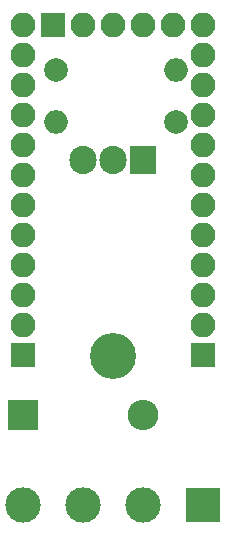
<source format=gts>
G04 #@! TF.GenerationSoftware,KiCad,Pcbnew,(5.0.0)*
G04 #@! TF.CreationDate,2018-09-15T20:19:59-04:00*
G04 #@! TF.ProjectId,MotorPod Mini,4D6F746F72506F64204D696E692E6B69,rev?*
G04 #@! TF.SameCoordinates,Original*
G04 #@! TF.FileFunction,Soldermask,Top*
G04 #@! TF.FilePolarity,Negative*
%FSLAX46Y46*%
G04 Gerber Fmt 4.6, Leading zero omitted, Abs format (unit mm)*
G04 Created by KiCad (PCBNEW (5.0.0)) date 09/15/18 20:19:59*
%MOMM*%
%LPD*%
G01*
G04 APERTURE LIST*
%ADD10R,2.600000X2.600000*%
%ADD11O,2.600000X2.600000*%
%ADD12R,2.100000X2.100000*%
%ADD13O,2.100000X2.100000*%
%ADD14R,3.000000X3.000000*%
%ADD15C,3.000000*%
%ADD16O,3.900000X3.900000*%
%ADD17R,2.305000X2.400000*%
%ADD18O,2.305000X2.400000*%
%ADD19O,2.000000X2.000000*%
%ADD20C,2.000000*%
G04 APERTURE END LIST*
D10*
G04 #@! TO.C,D1*
X187960000Y-81280000D03*
D11*
X198120000Y-81280000D03*
G04 #@! TD*
D12*
G04 #@! TO.C,J2*
X203200000Y-76200000D03*
D13*
X203200000Y-73660000D03*
X203200000Y-71120000D03*
X203200000Y-68580000D03*
X203200000Y-66040000D03*
X203200000Y-63500000D03*
X203200000Y-60960000D03*
X203200000Y-58420000D03*
X203200000Y-55880000D03*
X203200000Y-53340000D03*
X203200000Y-50800000D03*
X203200000Y-48260000D03*
G04 #@! TD*
G04 #@! TO.C,J3*
X187960000Y-48260000D03*
X187960000Y-50800000D03*
X187960000Y-53340000D03*
X187960000Y-55880000D03*
X187960000Y-58420000D03*
X187960000Y-60960000D03*
X187960000Y-63500000D03*
X187960000Y-66040000D03*
X187960000Y-68580000D03*
X187960000Y-71120000D03*
X187960000Y-73660000D03*
D12*
X187960000Y-76200000D03*
G04 #@! TD*
D14*
G04 #@! TO.C,J1*
X203200000Y-88900000D03*
D15*
X198120000Y-88900000D03*
X193040000Y-88900000D03*
X187960000Y-88900000D03*
G04 #@! TD*
D16*
G04 #@! TO.C,Q1*
X195580000Y-76350000D03*
D17*
X198120000Y-59690000D03*
D18*
X195580000Y-59690000D03*
X193040000Y-59690000D03*
G04 #@! TD*
D19*
G04 #@! TO.C,R1*
X200914000Y-52070000D03*
D20*
X190754000Y-52070000D03*
G04 #@! TD*
G04 #@! TO.C,R2*
X200914000Y-56515000D03*
D19*
X190754000Y-56515000D03*
G04 #@! TD*
D12*
G04 #@! TO.C,J4*
X190500000Y-48260000D03*
D13*
X193040000Y-48260000D03*
X195580000Y-48260000D03*
X198120000Y-48260000D03*
X200660000Y-48260000D03*
G04 #@! TD*
M02*

</source>
